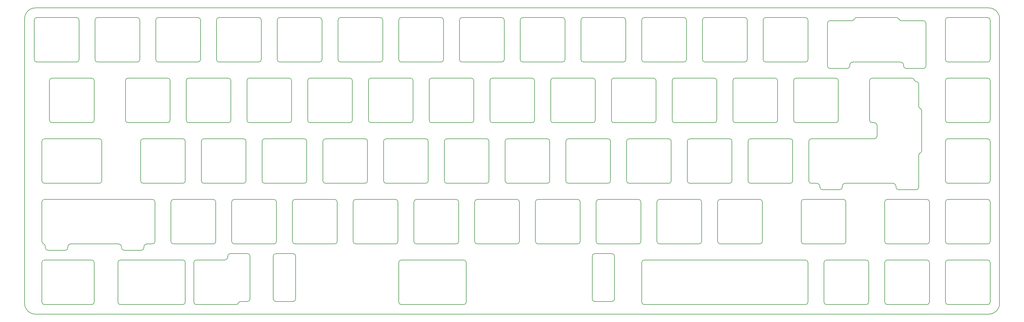
<source format=gm1>
G04 #@! TF.GenerationSoftware,KiCad,Pcbnew,7.0.10*
G04 #@! TF.CreationDate,2024-01-29T14:47:29+01:00*
G04 #@! TF.ProjectId,discipline-pcb,64697363-6970-46c6-996e-652d7063622e,rev?*
G04 #@! TF.SameCoordinates,Original*
G04 #@! TF.FileFunction,Profile,NP*
%FSLAX46Y46*%
G04 Gerber Fmt 4.6, Leading zero omitted, Abs format (unit mm)*
G04 Created by KiCad (PCBNEW 7.0.10) date 2024-01-29 14:47:29*
%MOMM*%
%LPD*%
G01*
G04 APERTURE LIST*
G04 #@! TA.AperFunction,Profile*
%ADD10C,0.150000*%
G04 #@! TD*
G04 #@! TA.AperFunction,Profile*
%ADD11C,0.200000*%
G04 #@! TD*
G04 APERTURE END LIST*
D10*
X53340500Y-184218841D02*
G75*
G03*
X56650558Y-187522900I3307100J3041D01*
G01*
X355783441Y-187522900D02*
G75*
G03*
X359090500Y-184215842I-41J3307100D01*
G01*
X359090500Y-94629959D02*
G75*
G03*
X355783441Y-91322900I-3307100J-41D01*
G01*
X355783441Y-187522901D02*
X56650558Y-187522900D01*
X56647558Y-91322900D02*
X355783441Y-91322900D01*
D11*
X280225500Y-145681000D02*
G75*
G03*
X280975500Y-146431000I750000J0D01*
G01*
X156113000Y-114131000D02*
X156113000Y-126631000D01*
X109525500Y-146431000D02*
X122025500Y-146431000D01*
X119050500Y-151481000D02*
G75*
G03*
X118300500Y-152231000I0J-750000D01*
G01*
X279938000Y-95081000D02*
G75*
G03*
X279188000Y-94331000I-750000J0D01*
G01*
X199263000Y-126631000D02*
G75*
G03*
X200013000Y-127381000I750000J0D01*
G01*
X333706750Y-115218000D02*
X333706750Y-122074861D01*
X138331750Y-182781000D02*
X138331750Y-169281000D01*
X296894250Y-152231000D02*
X296894250Y-164731000D01*
X59856250Y-166731000D02*
X59856250Y-166350547D01*
X89725500Y-133181000D02*
X89725500Y-145681000D01*
X189450500Y-152231000D02*
X189450500Y-164731000D01*
X214300500Y-165481000D02*
X226800500Y-165481000D01*
X257163000Y-113381000D02*
X269663000Y-113381000D01*
X170400500Y-152231000D02*
X170400500Y-164731000D01*
X137581750Y-168531000D02*
X132081750Y-168531000D01*
X198975500Y-133181000D02*
G75*
G03*
X198225500Y-132431000I-750000J0D01*
G01*
X280975500Y-132431000D02*
X293475500Y-132431000D01*
X82581750Y-171281000D02*
X82581750Y-183781000D01*
X294513000Y-114131000D02*
X294513000Y-126631000D01*
X60606250Y-167481000D02*
X66106250Y-167481000D01*
X176200500Y-151481000D02*
G75*
G03*
X175450500Y-152231000I0J-750000D01*
G01*
X180213000Y-114131000D02*
X180213000Y-126631000D01*
X237363000Y-126631000D02*
G75*
G03*
X238113000Y-127381000I750000J0D01*
G01*
X95238000Y-108331000D02*
X107738000Y-108331000D01*
X356138000Y-171281000D02*
G75*
G03*
X355388000Y-170531000I-750000J0D01*
G01*
X265650500Y-152231000D02*
G75*
G03*
X264900500Y-151481000I-750000J0D01*
G01*
X203738000Y-95081000D02*
G75*
G03*
X202988000Y-94331000I-750000J0D01*
G01*
X94200500Y-152231000D02*
X94200500Y-164731000D01*
X237075500Y-133181000D02*
X237075500Y-145681000D01*
X157150500Y-151481000D02*
X169650500Y-151481000D01*
X222038000Y-108331000D02*
G75*
G03*
X222788000Y-107581000I0J750000D01*
G01*
X98963000Y-114131000D02*
X98963000Y-126631000D01*
X342888000Y-151481000D02*
G75*
G03*
X342138000Y-152231000I0J-750000D01*
G01*
X166675500Y-146431000D02*
X179175500Y-146431000D01*
X147625500Y-132431000D02*
X160125500Y-132431000D01*
X155363000Y-127381000D02*
G75*
G03*
X156113000Y-126631000I0J750000D01*
G01*
X283950500Y-165481000D02*
G75*
G03*
X284700500Y-164731000I0J750000D01*
G01*
X265938000Y-95081000D02*
X265938000Y-107581000D01*
X137581750Y-183531000D02*
X132081750Y-183531000D01*
X327490631Y-94759571D02*
G75*
G03*
X326813000Y-94331000I-677631J-321429D01*
G01*
X298988000Y-171281000D02*
X298988000Y-183781000D01*
X165638000Y-95081000D02*
X165638000Y-107581000D01*
X146875500Y-133181000D02*
X146875500Y-145681000D01*
X89982250Y-167480950D02*
G75*
G03*
X90732250Y-166731000I50J749950D01*
G01*
X318325500Y-114131000D02*
X318325500Y-126631000D01*
X59519250Y-146431000D02*
X76781750Y-146431000D01*
X356138000Y-114131000D02*
G75*
G03*
X355388000Y-113381000I-750000J0D01*
G01*
X170400500Y-152231000D02*
G75*
G03*
X169650500Y-151481000I-750000J0D01*
G01*
X223075500Y-145681000D02*
G75*
G03*
X223825500Y-146431000I750000J0D01*
G01*
X151350500Y-152231000D02*
X151350500Y-164731000D01*
X213263000Y-114131000D02*
G75*
G03*
X212513000Y-113381000I-750000J0D01*
G01*
X67856250Y-165481050D02*
G75*
G03*
X66856250Y-166481000I-50J-999950D01*
G01*
X314313000Y-94331000D02*
X326813000Y-94331000D01*
X332272585Y-113854255D02*
G75*
G03*
X333061861Y-114475402I929415J368955D01*
G01*
X137581750Y-183530950D02*
G75*
G03*
X138331750Y-182781000I50J749950D01*
G01*
X333706750Y-147681000D02*
X333706750Y-137737139D01*
X194213000Y-114131000D02*
X194213000Y-126631000D01*
X265938000Y-107581000D02*
G75*
G03*
X266688000Y-108331000I750000J0D01*
G01*
X246888000Y-171281000D02*
X246888000Y-183781000D01*
X342888000Y-132431000D02*
X355388000Y-132431000D01*
X233350500Y-151481000D02*
G75*
G03*
X232600500Y-152231000I0J-750000D01*
G01*
X261175500Y-133181000D02*
X261175500Y-145681000D01*
X195250500Y-151481000D02*
G75*
G03*
X194500500Y-152231000I0J-750000D01*
G01*
X164888000Y-108331000D02*
G75*
G03*
X165638000Y-107581000I0J750000D01*
G01*
X142863000Y-127381000D02*
X155363000Y-127381000D01*
X280225500Y-133181000D02*
X280225500Y-145681000D01*
X298988000Y-95081000D02*
X298988000Y-107581000D01*
X116038000Y-170531000D02*
G75*
G03*
X117038000Y-169531000I0J1000000D01*
G01*
X223825500Y-146431000D02*
X236325500Y-146431000D01*
X202988000Y-108331000D02*
G75*
G03*
X203738000Y-107581000I0J750000D01*
G01*
X127538000Y-95081000D02*
G75*
G03*
X126788000Y-94331000I-750000J0D01*
G01*
X75150500Y-114131000D02*
X75150500Y-126631000D01*
X99250500Y-152231000D02*
X99250500Y-164731000D01*
X107144250Y-184531000D02*
X119644250Y-184531000D01*
X279188000Y-108331000D02*
G75*
G03*
X279938000Y-107581000I0J750000D01*
G01*
X342888000Y-132431000D02*
G75*
G03*
X342138000Y-133181000I0J-750000D01*
G01*
X242125500Y-145681000D02*
G75*
G03*
X242875500Y-146431000I750000J0D01*
G01*
X200013000Y-113381000D02*
X212513000Y-113381000D01*
X165925500Y-145681000D02*
G75*
G03*
X166675500Y-146431000I750000J0D01*
G01*
X246888000Y-183781000D02*
G75*
G03*
X247638000Y-184531000I750000J0D01*
G01*
X238338000Y-182781000D02*
X238338000Y-169281000D01*
X90475500Y-132431000D02*
G75*
G03*
X89725500Y-133181000I0J-750000D01*
G01*
X232088000Y-168531000D02*
G75*
G03*
X231338000Y-169281000I0J-750000D01*
G01*
X198975500Y-133181000D02*
X198975500Y-145681000D01*
X305875000Y-95331000D02*
G75*
G03*
X305125000Y-96081000I0J-750000D01*
G01*
X238113000Y-113381000D02*
X250613000Y-113381000D01*
X122775500Y-133181000D02*
G75*
G03*
X122025500Y-132431000I-750000J0D01*
G01*
X146875500Y-145681000D02*
G75*
G03*
X147625500Y-146431000I750000J0D01*
G01*
X323838000Y-170531000D02*
X336338000Y-170531000D01*
X58769300Y-145681000D02*
G75*
G03*
X59519250Y-146431000I750000J0D01*
G01*
X145838000Y-108331000D02*
G75*
G03*
X146588000Y-107581000I0J750000D01*
G01*
X138100500Y-151481000D02*
G75*
G03*
X137350500Y-152231000I0J-750000D01*
G01*
X356138000Y-133181000D02*
X356138000Y-145681000D01*
X76188000Y-94331000D02*
X88688000Y-94331000D01*
X334706750Y-123656000D02*
X334706750Y-136156000D01*
X342138000Y-126631000D02*
G75*
G03*
X342888000Y-127381000I750000J0D01*
G01*
X332956750Y-148430950D02*
G75*
G03*
X333706750Y-147681000I50J749950D01*
G01*
X237075500Y-133181000D02*
G75*
G03*
X236325500Y-132431000I-750000J0D01*
G01*
X298988000Y-171281000D02*
G75*
G03*
X298238000Y-170531000I-750000J0D01*
G01*
X237588000Y-168531000D02*
X232088000Y-168531000D01*
X320706700Y-128381000D02*
G75*
G03*
X319706750Y-127381000I-999900J100D01*
G01*
X117263000Y-127381000D02*
G75*
G03*
X118013000Y-126631000I0J750000D01*
G01*
X308513000Y-114131000D02*
X308513000Y-126631000D01*
X107144250Y-170531050D02*
G75*
G03*
X106394250Y-171281000I-50J-749950D01*
G01*
X138331800Y-169281000D02*
G75*
G03*
X137581750Y-168531000I-750100J-100D01*
G01*
X56388000Y-95081000D02*
X56388000Y-107581000D01*
X294513000Y-126631000D02*
G75*
G03*
X295263000Y-127381000I750000J0D01*
G01*
X304788000Y-170531000D02*
G75*
G03*
X304038000Y-171281000I0J-750000D01*
G01*
X59856300Y-166731000D02*
G75*
G03*
X60606250Y-167481000I750000J0D01*
G01*
X123288000Y-183531000D02*
G75*
G03*
X124038000Y-182781000I0J750000D01*
G01*
X337088000Y-171281000D02*
G75*
G03*
X336338000Y-170531000I-750000J0D01*
G01*
X112500500Y-165481000D02*
G75*
G03*
X113250500Y-164731000I0J750000D01*
G01*
X132300500Y-152231000D02*
G75*
G03*
X131550500Y-151481000I-750000J0D01*
G01*
X304788000Y-184531000D02*
X317288000Y-184531000D01*
X356138000Y-152231000D02*
G75*
G03*
X355388000Y-151481000I-750000J0D01*
G01*
X242125500Y-133181000D02*
X242125500Y-145681000D01*
X312731861Y-95330997D02*
G75*
G03*
X313635368Y-94759571I-61J1000097D01*
G01*
X233350500Y-165481000D02*
X245850500Y-165481000D01*
X276213000Y-127381000D02*
X288713000Y-127381000D01*
X318038000Y-171281000D02*
G75*
G03*
X317288000Y-170531000I-750000J0D01*
G01*
X70388000Y-95081000D02*
X70388000Y-107581000D01*
X170688000Y-95081000D02*
X170688000Y-107581000D01*
X75150500Y-171281000D02*
X75150500Y-183781000D01*
X209538000Y-94331000D02*
X222038000Y-94331000D01*
X107738000Y-108331000D02*
G75*
G03*
X108488000Y-107581000I0J750000D01*
G01*
X160875500Y-133181000D02*
X160875500Y-145681000D01*
X58769250Y-133181000D02*
X58769250Y-145681000D01*
X319075500Y-113381000D02*
X331575500Y-113381000D01*
X335251000Y-95331000D02*
X328394139Y-95331000D01*
X84963000Y-126631000D02*
G75*
G03*
X85713000Y-127381000I750000J0D01*
G01*
X256413000Y-126631000D02*
G75*
G03*
X257163000Y-127381000I750000J0D01*
G01*
X123063000Y-114131000D02*
X123063000Y-126631000D01*
X103725500Y-133181000D02*
X103725500Y-145681000D01*
X304038000Y-183781000D02*
G75*
G03*
X304788000Y-184531000I750000J0D01*
G01*
X142863000Y-113381000D02*
X155363000Y-113381000D01*
X260888000Y-95081000D02*
G75*
G03*
X260138000Y-94331000I-750000J0D01*
G01*
X214300500Y-151481000D02*
G75*
G03*
X213550500Y-152231000I0J-750000D01*
G01*
X308513000Y-114131000D02*
G75*
G03*
X307763000Y-113381000I-750000J0D01*
G01*
X84963000Y-114131000D02*
X84963000Y-126631000D01*
X238338000Y-169281000D02*
G75*
G03*
X237588000Y-168531000I-750100J-100D01*
G01*
X118013000Y-114131000D02*
X118013000Y-126631000D01*
X326619700Y-147431000D02*
G75*
G03*
X325619750Y-146431000I-999900J100D01*
G01*
X265650500Y-152231000D02*
X265650500Y-164731000D01*
X297644250Y-151481000D02*
X310144250Y-151481000D01*
X127538000Y-95081000D02*
X127538000Y-107581000D01*
X137063000Y-114131000D02*
X137063000Y-126631000D01*
X204025500Y-133181000D02*
X204025500Y-145681000D01*
X128575500Y-146431000D02*
X141075500Y-146431000D01*
X275175500Y-133181000D02*
X275175500Y-145681000D01*
X219063000Y-127381000D02*
X231563000Y-127381000D01*
X107144250Y-170531000D02*
X116038000Y-170531000D01*
X355388000Y-146431000D02*
G75*
G03*
X356138000Y-145681000I0J750000D01*
G01*
X310894300Y-152231000D02*
G75*
G03*
X310144250Y-151481000I-750100J-100D01*
G01*
X59519250Y-184531000D02*
X74400500Y-184531000D01*
X242875500Y-132431000D02*
X255375500Y-132431000D01*
X58769250Y-152231000D02*
X58769250Y-164731000D01*
X108488000Y-95081000D02*
G75*
G03*
X107738000Y-94331000I-750000J0D01*
G01*
X208788000Y-95081000D02*
X208788000Y-107581000D01*
X342138000Y-107581000D02*
G75*
G03*
X342888000Y-108331000I750000J0D01*
G01*
X356138000Y-152231000D02*
X356138000Y-164731000D01*
X238113000Y-113381000D02*
G75*
G03*
X237363000Y-114131000I0J-750000D01*
G01*
X190488000Y-108331000D02*
X202988000Y-108331000D01*
X57138000Y-108331000D02*
X69638000Y-108331000D01*
X166675500Y-132431000D02*
X179175500Y-132431000D01*
X231338000Y-182781000D02*
X231338000Y-169281000D01*
X102975500Y-184531000D02*
G75*
G03*
X103725500Y-183781000I0J750000D01*
G01*
X247638000Y-94331000D02*
G75*
G03*
X246888000Y-95081000I0J-750000D01*
G01*
X175163000Y-114131000D02*
G75*
G03*
X174413000Y-113381000I-750000J0D01*
G01*
X305125000Y-96081000D02*
X305125000Y-109581000D01*
X323838000Y-170531000D02*
G75*
G03*
X323088000Y-171281000I0J-750000D01*
G01*
X305875000Y-95331000D02*
X312731861Y-95331000D01*
X342138000Y-95081000D02*
X342138000Y-107581000D01*
X152388000Y-108331000D02*
X164888000Y-108331000D01*
X334278176Y-136833625D02*
G75*
G03*
X333706750Y-137737139I428524J-903475D01*
G01*
X104763000Y-113381000D02*
X117263000Y-113381000D01*
X175450500Y-152231000D02*
X175450500Y-164731000D01*
X257163000Y-113381000D02*
G75*
G03*
X256413000Y-114131000I0J-750000D01*
G01*
X199263000Y-114131000D02*
X199263000Y-126631000D01*
X264900500Y-165481000D02*
G75*
G03*
X265650500Y-164731000I0J750000D01*
G01*
X213263000Y-114131000D02*
X213263000Y-126631000D01*
X104763000Y-113381000D02*
G75*
G03*
X104013000Y-114131000I0J-750000D01*
G01*
X251363000Y-114131000D02*
G75*
G03*
X250613000Y-113381000I-750000J0D01*
G01*
X342888000Y-94331000D02*
X355388000Y-94331000D01*
X124038000Y-169281000D02*
G75*
G03*
X123288000Y-168531000I-750000J0D01*
G01*
X275175500Y-133181000D02*
G75*
G03*
X274425500Y-132431000I-750000J0D01*
G01*
X342888000Y-146431000D02*
X355388000Y-146431000D01*
X335251000Y-110331000D02*
G75*
G03*
X336001000Y-109581000I0J750000D01*
G01*
X289463000Y-114131000D02*
X289463000Y-126631000D01*
X227838000Y-107581000D02*
G75*
G03*
X228588000Y-108331000I750000J0D01*
G01*
X256125500Y-133181000D02*
G75*
G03*
X255375500Y-132431000I-750000J0D01*
G01*
X90475500Y-146431000D02*
X102975500Y-146431000D01*
X204025500Y-145681000D02*
G75*
G03*
X204775500Y-146431000I750000J0D01*
G01*
X303493750Y-148431000D02*
X308993750Y-148431000D01*
X332272576Y-113854259D02*
G75*
G03*
X331575500Y-113381000I-697076J-276741D01*
G01*
X184975500Y-133181000D02*
X184975500Y-145681000D01*
X123813000Y-113381000D02*
X136313000Y-113381000D01*
X76188000Y-108331000D02*
X88688000Y-108331000D01*
X88688000Y-108331000D02*
G75*
G03*
X89438000Y-107581000I0J750000D01*
G01*
X266688000Y-94331000D02*
X279188000Y-94331000D01*
X327490651Y-94759562D02*
G75*
G03*
X328394139Y-95331000I903449J428462D01*
G01*
X222788000Y-95081000D02*
X222788000Y-107581000D01*
X93450500Y-165481000D02*
G75*
G03*
X94200500Y-164731000I0J750000D01*
G01*
X269663000Y-127381000D02*
G75*
G03*
X270413000Y-126631000I0J750000D01*
G01*
X207750500Y-165481000D02*
G75*
G03*
X208500500Y-164731000I0J750000D01*
G01*
X122025500Y-146431000D02*
G75*
G03*
X122775500Y-145681000I0J750000D01*
G01*
X232313000Y-114131000D02*
G75*
G03*
X231563000Y-113381000I-750000J0D01*
G01*
X318038000Y-171281000D02*
X318038000Y-183781000D01*
X76188000Y-94331000D02*
G75*
G03*
X75438000Y-95081000I0J-750000D01*
G01*
X326619750Y-147681000D02*
X326619750Y-147431000D01*
X232600500Y-164731000D02*
G75*
G03*
X233350500Y-165481000I750000J0D01*
G01*
X190488000Y-94331000D02*
X202988000Y-94331000D01*
X102975500Y-146431000D02*
G75*
G03*
X103725500Y-145681000I0J750000D01*
G01*
X298988000Y-95081000D02*
G75*
G03*
X298238000Y-94331000I-750000J0D01*
G01*
X356138000Y-95081000D02*
G75*
G03*
X355388000Y-94331000I-750000J0D01*
G01*
X90732250Y-166731000D02*
X90732250Y-166481000D01*
X61150500Y-126631000D02*
G75*
G03*
X61900500Y-127381000I750000J0D01*
G01*
X326619700Y-147681000D02*
G75*
G03*
X327369750Y-148431000I750100J100D01*
G01*
X323088000Y-152231000D02*
X323088000Y-164731000D01*
X131331750Y-182781000D02*
X131331750Y-169281000D01*
X296894200Y-164731000D02*
G75*
G03*
X297644250Y-165481000I750100J100D01*
G01*
X75438000Y-107581000D02*
G75*
G03*
X76188000Y-108331000I750000J0D01*
G01*
X83732250Y-166731000D02*
X83732250Y-166481000D01*
X319706750Y-132431050D02*
G75*
G03*
X320706750Y-131431000I-50J1000050D01*
G01*
X266688000Y-94331000D02*
G75*
G03*
X265938000Y-95081000I0J-750000D01*
G01*
X174413000Y-127381000D02*
G75*
G03*
X175163000Y-126631000I0J750000D01*
G01*
X104013000Y-126631000D02*
G75*
G03*
X104763000Y-127381000I750000J0D01*
G01*
X95238000Y-94331000D02*
G75*
G03*
X94488000Y-95081000I0J-750000D01*
G01*
X180963000Y-113381000D02*
X193463000Y-113381000D01*
X204775500Y-132431000D02*
X217275500Y-132431000D01*
X302743750Y-147681000D02*
X302743750Y-147431000D01*
X151350500Y-152231000D02*
G75*
G03*
X150600500Y-151481000I-750000J0D01*
G01*
X355388000Y-165481000D02*
G75*
G03*
X356138000Y-164731000I0J750000D01*
G01*
X342138000Y-164731000D02*
G75*
G03*
X342888000Y-165481000I750000J0D01*
G01*
X314313000Y-94331000D02*
G75*
G03*
X313635369Y-94759571I0J-750000D01*
G01*
X219063000Y-113381000D02*
X231563000Y-113381000D01*
X59519250Y-132430950D02*
G75*
G03*
X58769250Y-133181000I50J-750050D01*
G01*
X151638000Y-95081000D02*
X151638000Y-107581000D01*
X175163000Y-114131000D02*
X175163000Y-126631000D01*
X132300500Y-152231000D02*
X132300500Y-164731000D01*
X246888000Y-107581000D02*
G75*
G03*
X247638000Y-108331000I750000J0D01*
G01*
X57138000Y-94331000D02*
G75*
G03*
X56388000Y-95081000I0J-750000D01*
G01*
X66856250Y-166731000D02*
X66856250Y-166481000D01*
D10*
X53340499Y-184218841D02*
X53340499Y-94629959D01*
D11*
X151638000Y-107581000D02*
G75*
G03*
X152388000Y-108331000I750000J0D01*
G01*
X294225500Y-133181000D02*
G75*
G03*
X293475500Y-132431000I-750000J0D01*
G01*
X61900500Y-113381000D02*
G75*
G03*
X61150500Y-114131000I0J-750000D01*
G01*
X128575500Y-132431000D02*
G75*
G03*
X127825500Y-133181000I0J-750000D01*
G01*
X228588000Y-108331000D02*
X241088000Y-108331000D01*
X185725500Y-132431000D02*
G75*
G03*
X184975500Y-133181000I0J-750000D01*
G01*
X280975500Y-146431000D02*
X293475500Y-146431000D01*
X109525500Y-132431000D02*
G75*
G03*
X108775500Y-133181000I0J-750000D01*
G01*
X284988000Y-95081000D02*
X284988000Y-107581000D01*
X270700500Y-164731000D02*
G75*
G03*
X271450500Y-165481000I750000J0D01*
G01*
X251650500Y-152231000D02*
X251650500Y-164731000D01*
X106394250Y-171281000D02*
X106394250Y-183781000D01*
X241838000Y-95081000D02*
G75*
G03*
X241088000Y-94331000I-750000J0D01*
G01*
D10*
X56647558Y-91322899D02*
G75*
G03*
X53340499Y-94629959I2J-3307061D01*
G01*
D11*
X166675500Y-132431000D02*
G75*
G03*
X165925500Y-133181000I0J-750000D01*
G01*
X123288000Y-168531000D02*
X117788000Y-168531000D01*
X191831750Y-171281000D02*
X191831750Y-183781000D01*
X337088000Y-171281000D02*
X337088000Y-183781000D01*
X307763000Y-127381000D02*
G75*
G03*
X308513000Y-126631000I0J750000D01*
G01*
X329001000Y-109331000D02*
G75*
G03*
X328001000Y-108331000I-1000000J0D01*
G01*
X180963000Y-127381000D02*
X193463000Y-127381000D01*
X184688000Y-95081000D02*
G75*
G03*
X183938000Y-94331000I-750000J0D01*
G01*
X103725500Y-171281000D02*
X103725500Y-183781000D01*
X180963000Y-113381000D02*
G75*
G03*
X180213000Y-114131000I0J-750000D01*
G01*
X170688000Y-107581000D02*
G75*
G03*
X171438000Y-108331000I750000J0D01*
G01*
X89725500Y-145681000D02*
G75*
G03*
X90475500Y-146431000I750000J0D01*
G01*
X246600500Y-152231000D02*
G75*
G03*
X245850500Y-151481000I-750000J0D01*
G01*
X336001000Y-96081000D02*
X336001000Y-109581000D01*
X152388000Y-94331000D02*
X164888000Y-94331000D01*
X342888000Y-113381000D02*
X355388000Y-113381000D01*
X300025500Y-146431000D02*
X301743750Y-146431000D01*
X247638000Y-184531000D02*
X298238000Y-184531000D01*
X193463000Y-127381000D02*
G75*
G03*
X194213000Y-126631000I0J750000D01*
G01*
X300025500Y-132431000D02*
G75*
G03*
X299275500Y-133181000I0J-750000D01*
G01*
X223075500Y-133181000D02*
X223075500Y-145681000D01*
X137350500Y-164731000D02*
G75*
G03*
X138100500Y-165481000I750000J0D01*
G01*
X91732250Y-165480950D02*
G75*
G03*
X90732250Y-166481000I50J-1000050D01*
G01*
X257163000Y-127381000D02*
X269663000Y-127381000D01*
X336338000Y-165481000D02*
G75*
G03*
X337088000Y-164731000I0J750000D01*
G01*
X310144250Y-165480950D02*
G75*
G03*
X310894250Y-164731000I50J749950D01*
G01*
X136313000Y-127381000D02*
G75*
G03*
X137063000Y-126631000I0J750000D01*
G01*
X184688000Y-95081000D02*
X184688000Y-107581000D01*
X183938000Y-108331000D02*
G75*
G03*
X184688000Y-107581000I0J750000D01*
G01*
X175450500Y-164731000D02*
G75*
G03*
X176200500Y-165481000I750000J0D01*
G01*
X176200500Y-151481000D02*
X188700500Y-151481000D01*
X320706750Y-128381000D02*
X320706750Y-131431000D01*
X270413000Y-114131000D02*
G75*
G03*
X269663000Y-113381000I-750000J0D01*
G01*
X103725500Y-133181000D02*
G75*
G03*
X102975500Y-132431000I-750000J0D01*
G01*
X198225500Y-146431000D02*
G75*
G03*
X198975500Y-145681000I0J750000D01*
G01*
X119050500Y-151481000D02*
X131550500Y-151481000D01*
X83331750Y-170531050D02*
G75*
G03*
X82581750Y-171281000I-50J-749950D01*
G01*
X171438000Y-170531000D02*
G75*
G03*
X170688000Y-171281000I0J-750000D01*
G01*
X209538000Y-94331000D02*
G75*
G03*
X208788000Y-95081000I0J-750000D01*
G01*
X323088000Y-164731000D02*
G75*
G03*
X323838000Y-165481000I750000J0D01*
G01*
X271450500Y-151481000D02*
G75*
G03*
X270700500Y-152231000I0J-750000D01*
G01*
X82581700Y-183781000D02*
G75*
G03*
X83331750Y-184531000I750100J100D01*
G01*
X342888000Y-108331000D02*
X355388000Y-108331000D01*
X75150500Y-114131000D02*
G75*
G03*
X74400500Y-113381000I-750000J0D01*
G01*
X161913000Y-127381000D02*
X174413000Y-127381000D01*
X342888000Y-170531000D02*
X355388000Y-170531000D01*
X218313000Y-126631000D02*
G75*
G03*
X219063000Y-127381000I750000J0D01*
G01*
X58769250Y-171281000D02*
X58769250Y-183781000D01*
X126788000Y-108331000D02*
G75*
G03*
X127538000Y-107581000I0J750000D01*
G01*
X294225500Y-133181000D02*
X294225500Y-145681000D01*
X204775500Y-146431000D02*
X217275500Y-146431000D01*
X113250500Y-152231000D02*
G75*
G03*
X112500500Y-151481000I-750000J0D01*
G01*
X232313000Y-114131000D02*
X232313000Y-126631000D01*
X276213000Y-113381000D02*
G75*
G03*
X275463000Y-114131000I0J-750000D01*
G01*
X57138000Y-94331000D02*
X69638000Y-94331000D01*
X118300500Y-152231000D02*
X118300500Y-164731000D01*
X295263000Y-113381000D02*
X307763000Y-113381000D01*
X319075500Y-127381000D02*
X319706750Y-127381000D01*
X337088000Y-152231000D02*
G75*
G03*
X336338000Y-151481000I-750000J0D01*
G01*
X133338000Y-108331000D02*
X145838000Y-108331000D01*
X58769220Y-164731000D02*
G75*
G03*
X59235107Y-165425090I749980J0D01*
G01*
X317288000Y-184531000D02*
G75*
G03*
X318038000Y-183781000I0J750000D01*
G01*
X161913000Y-113381000D02*
X174413000Y-113381000D01*
X94488000Y-107581000D02*
G75*
G03*
X95238000Y-108331000I750000J0D01*
G01*
X189738000Y-107581000D02*
G75*
G03*
X190488000Y-108331000I750000J0D01*
G01*
X189450500Y-152231000D02*
G75*
G03*
X188700500Y-151481000I-750000J0D01*
G01*
X226800500Y-165481000D02*
G75*
G03*
X227550500Y-164731000I0J750000D01*
G01*
X171438000Y-170531000D02*
X191081750Y-170531000D01*
X85713000Y-113381000D02*
X98213000Y-113381000D01*
X279938000Y-95081000D02*
X279938000Y-107581000D01*
X100000500Y-151481000D02*
G75*
G03*
X99250500Y-152231000I0J-750000D01*
G01*
X238113000Y-127381000D02*
X250613000Y-127381000D01*
X246600500Y-152231000D02*
X246600500Y-164731000D01*
X142113000Y-114131000D02*
X142113000Y-126631000D01*
X342138000Y-114131000D02*
X342138000Y-126631000D01*
X104763000Y-127381000D02*
X117263000Y-127381000D01*
X85713000Y-113381000D02*
G75*
G03*
X84963000Y-114131000I0J-750000D01*
G01*
X231338000Y-182781000D02*
G75*
G03*
X232088000Y-183531000I750100J100D01*
G01*
X117038000Y-169531000D02*
X117038000Y-169281000D01*
X152388000Y-94331000D02*
G75*
G03*
X151638000Y-95081000I0J-750000D01*
G01*
X271450500Y-165481000D02*
X283950500Y-165481000D01*
X208500500Y-152231000D02*
G75*
G03*
X207750500Y-151481000I-750000J0D01*
G01*
X179925500Y-133181000D02*
X179925500Y-145681000D01*
X246888000Y-95081000D02*
X246888000Y-107581000D01*
X170688000Y-183781000D02*
G75*
G03*
X171438000Y-184531000I750000J0D01*
G01*
X356138000Y-114131000D02*
X356138000Y-126631000D01*
X157150500Y-151481000D02*
G75*
G03*
X156400500Y-152231000I0J-750000D01*
G01*
X288713000Y-127381000D02*
G75*
G03*
X289463000Y-126631000I0J750000D01*
G01*
X323838000Y-151481000D02*
G75*
G03*
X323088000Y-152231000I0J-750000D01*
G01*
X141825500Y-133181000D02*
X141825500Y-145681000D01*
X329751000Y-110331000D02*
X335251000Y-110331000D01*
X247638000Y-94331000D02*
X260138000Y-94331000D01*
X342888000Y-94331000D02*
G75*
G03*
X342138000Y-95081000I0J-750000D01*
G01*
X121225389Y-183530991D02*
G75*
G03*
X120321882Y-184102429I11J-1000009D01*
G01*
X103725500Y-171281000D02*
G75*
G03*
X102975500Y-170531000I-750000J0D01*
G01*
X83331750Y-170531000D02*
X102975500Y-170531000D01*
X100000500Y-165481000D02*
X112500500Y-165481000D01*
X171438000Y-108331000D02*
X183938000Y-108331000D01*
X342138000Y-133181000D02*
X342138000Y-145681000D01*
X133338000Y-94331000D02*
G75*
G03*
X132588000Y-95081000I0J-750000D01*
G01*
X161163000Y-126631000D02*
G75*
G03*
X161913000Y-127381000I750000J0D01*
G01*
X90475500Y-132431000D02*
X102975500Y-132431000D01*
X59519250Y-151480950D02*
G75*
G03*
X58769250Y-152231000I50J-750050D01*
G01*
X77531800Y-133181000D02*
G75*
G03*
X76781750Y-132431000I-750100J-100D01*
G01*
X123813000Y-113381000D02*
G75*
G03*
X123063000Y-114131000I0J-750000D01*
G01*
X293475500Y-146431000D02*
G75*
G03*
X294225500Y-145681000I0J750000D01*
G01*
X156400500Y-164731000D02*
G75*
G03*
X157150500Y-165481000I750000J0D01*
G01*
X74400500Y-184531000D02*
G75*
G03*
X75150500Y-183781000I0J750000D01*
G01*
X252400500Y-151481000D02*
X264900500Y-151481000D01*
X184975500Y-145681000D02*
G75*
G03*
X185725500Y-146431000I750000J0D01*
G01*
X261925500Y-132431000D02*
G75*
G03*
X261175500Y-133181000I0J-750000D01*
G01*
X132081750Y-168531050D02*
G75*
G03*
X131331750Y-169281000I-50J-749950D01*
G01*
X213550500Y-164731000D02*
G75*
G03*
X214300500Y-165481000I750000J0D01*
G01*
X323088000Y-183781000D02*
G75*
G03*
X323838000Y-184531000I750000J0D01*
G01*
X356138000Y-95081000D02*
X356138000Y-107581000D01*
X91732250Y-165481000D02*
X93450500Y-165481000D01*
X142863000Y-113381000D02*
G75*
G03*
X142113000Y-114131000I0J-750000D01*
G01*
X270700500Y-152231000D02*
X270700500Y-164731000D01*
X109525500Y-132431000D02*
X122025500Y-132431000D01*
X156400500Y-152231000D02*
X156400500Y-164731000D01*
X123813000Y-127381000D02*
X136313000Y-127381000D01*
X146588000Y-95081000D02*
G75*
G03*
X145838000Y-94331000I-750000J0D01*
G01*
X271450500Y-151481000D02*
X283950500Y-151481000D01*
X95238000Y-94331000D02*
X107738000Y-94331000D01*
X232600500Y-152231000D02*
X232600500Y-164731000D01*
X297644250Y-165481000D02*
X310144250Y-165481000D01*
X297644250Y-151481050D02*
G75*
G03*
X296894250Y-152231000I-50J-749950D01*
G01*
X122775500Y-133181000D02*
X122775500Y-145681000D01*
X327369750Y-148431000D02*
X332956750Y-148431000D01*
X161913000Y-113381000D02*
G75*
G03*
X161163000Y-114131000I0J-750000D01*
G01*
X141825500Y-133181000D02*
G75*
G03*
X141075500Y-132431000I-750000J0D01*
G01*
X299275500Y-145681000D02*
G75*
G03*
X300025500Y-146431000I750000J0D01*
G01*
X228588000Y-94331000D02*
X241088000Y-94331000D01*
X185725500Y-132431000D02*
X198225500Y-132431000D01*
X247638000Y-108331000D02*
X260138000Y-108331000D01*
X61150500Y-114131000D02*
X61150500Y-126631000D01*
X194500500Y-164731000D02*
G75*
G03*
X195250500Y-165481000I750000J0D01*
G01*
X289463000Y-114131000D02*
G75*
G03*
X288713000Y-113381000I-750000J0D01*
G01*
X227838000Y-95081000D02*
X227838000Y-107581000D01*
X165925500Y-133181000D02*
X165925500Y-145681000D01*
X284988000Y-107581000D02*
G75*
G03*
X285738000Y-108331000I750000J0D01*
G01*
X241088000Y-108331000D02*
G75*
G03*
X241838000Y-107581000I0J750000D01*
G01*
X298238000Y-184531000D02*
G75*
G03*
X298988000Y-183781000I0J750000D01*
G01*
X194500500Y-152231000D02*
X194500500Y-164731000D01*
X99250500Y-164731000D02*
G75*
G03*
X100000500Y-165481000I750000J0D01*
G01*
X195250500Y-151481000D02*
X207750500Y-151481000D01*
X213550500Y-152231000D02*
X213550500Y-164731000D01*
X319075500Y-113381000D02*
G75*
G03*
X318325500Y-114131000I0J-750000D01*
G01*
X356138000Y-133181000D02*
G75*
G03*
X355388000Y-132431000I-750000J0D01*
G01*
X128575500Y-132431000D02*
X141075500Y-132431000D01*
X256413000Y-114131000D02*
X256413000Y-126631000D01*
X218025500Y-133181000D02*
G75*
G03*
X217275500Y-132431000I-750000J0D01*
G01*
X114288000Y-94331000D02*
X126788000Y-94331000D01*
X121225389Y-183531000D02*
X123288000Y-183531000D01*
X185725500Y-146431000D02*
X198225500Y-146431000D01*
X323838000Y-165481000D02*
X336338000Y-165481000D01*
X255375500Y-146431000D02*
G75*
G03*
X256125500Y-145681000I0J750000D01*
G01*
X342888000Y-165481000D02*
X355388000Y-165481000D01*
X83732200Y-166731000D02*
G75*
G03*
X84482250Y-167481000I750100J100D01*
G01*
X66106250Y-167480950D02*
G75*
G03*
X66856250Y-166731000I50J749950D01*
G01*
X171438000Y-94331000D02*
X183938000Y-94331000D01*
X104013000Y-114131000D02*
X104013000Y-126631000D01*
X305125000Y-109581000D02*
G75*
G03*
X305875000Y-110331000I750000J0D01*
G01*
X200013000Y-127381000D02*
X212513000Y-127381000D01*
X138100500Y-165481000D02*
X150600500Y-165481000D01*
X113250500Y-152231000D02*
X113250500Y-164731000D01*
X323088000Y-171281000D02*
X323088000Y-183781000D01*
X342888000Y-127381000D02*
X355388000Y-127381000D01*
X170688000Y-171281000D02*
X170688000Y-183781000D01*
X342888000Y-184531000D02*
X355388000Y-184531000D01*
X98963000Y-114131000D02*
G75*
G03*
X98213000Y-113381000I-750000J0D01*
G01*
X108775500Y-145681000D02*
G75*
G03*
X109525500Y-146431000I750000J0D01*
G01*
X231563000Y-127381000D02*
G75*
G03*
X232313000Y-126631000I0J750000D01*
G01*
X77531750Y-133181000D02*
X77531750Y-145681000D01*
X85713000Y-127381000D02*
X98213000Y-127381000D01*
X75438000Y-95081000D02*
X75438000Y-107581000D01*
X70388000Y-95081000D02*
G75*
G03*
X69638000Y-94331000I-750000J0D01*
G01*
X165638000Y-95081000D02*
G75*
G03*
X164888000Y-94331000I-750000J0D01*
G01*
X227550500Y-152231000D02*
G75*
G03*
X226800500Y-151481000I-750000J0D01*
G01*
X261925500Y-146431000D02*
X274425500Y-146431000D01*
X333706757Y-122074861D02*
G75*
G03*
X334278179Y-122978369I999943J-39D01*
G01*
X323838000Y-151481000D02*
X336338000Y-151481000D01*
X131550500Y-165481000D02*
G75*
G03*
X132300500Y-164731000I0J750000D01*
G01*
X318325500Y-126631000D02*
G75*
G03*
X319075500Y-127381000I750000J0D01*
G01*
X114288000Y-108331000D02*
X126788000Y-108331000D01*
X147625500Y-146431000D02*
X160125500Y-146431000D01*
X308993750Y-148430950D02*
G75*
G03*
X309743750Y-147681000I50J749950D01*
G01*
X356138000Y-171281000D02*
X356138000Y-183781000D01*
X342888000Y-113381000D02*
G75*
G03*
X342138000Y-114131000I0J-750000D01*
G01*
X132588000Y-95081000D02*
X132588000Y-107581000D01*
X302743700Y-147681000D02*
G75*
G03*
X303493750Y-148431000I750100J100D01*
G01*
X61900500Y-127381000D02*
X74400500Y-127381000D01*
X270413000Y-114131000D02*
X270413000Y-126631000D01*
X295263000Y-127381000D02*
X307763000Y-127381000D01*
X355388000Y-108331000D02*
G75*
G03*
X356138000Y-107581000I0J750000D01*
G01*
X218313000Y-114131000D02*
X218313000Y-126631000D01*
X146588000Y-95081000D02*
X146588000Y-107581000D01*
X333706806Y-115218000D02*
G75*
G03*
X333061861Y-114475402I-750106J-100D01*
G01*
X138100500Y-151481000D02*
X150600500Y-151481000D01*
X127825500Y-145681000D02*
G75*
G03*
X128575500Y-146431000I750000J0D01*
G01*
X142113000Y-126631000D02*
G75*
G03*
X142863000Y-127381000I750000J0D01*
G01*
X251650500Y-164731000D02*
G75*
G03*
X252400500Y-165481000I750000J0D01*
G01*
X261175500Y-145681000D02*
G75*
G03*
X261925500Y-146431000I750000J0D01*
G01*
X180213000Y-126631000D02*
G75*
G03*
X180963000Y-127381000I750000J0D01*
G01*
X133338000Y-94331000D02*
X145838000Y-94331000D01*
X59519250Y-170530950D02*
G75*
G03*
X58769250Y-171281000I50J-750050D01*
G01*
X355388000Y-184531000D02*
G75*
G03*
X356138000Y-183781000I0J750000D01*
G01*
X250613000Y-127381000D02*
G75*
G03*
X251363000Y-126631000I0J750000D01*
G01*
X266688000Y-108331000D02*
X279188000Y-108331000D01*
X228588000Y-94331000D02*
G75*
G03*
X227838000Y-95081000I0J-750000D01*
G01*
X208788000Y-107581000D02*
G75*
G03*
X209538000Y-108331000I750000J0D01*
G01*
X132588000Y-107581000D02*
G75*
G03*
X133338000Y-108331000I750000J0D01*
G01*
X329001000Y-109581000D02*
X329001000Y-109331000D01*
X227550500Y-152231000D02*
X227550500Y-164731000D01*
X342888000Y-151481000D02*
X355388000Y-151481000D01*
X252400500Y-151481000D02*
G75*
G03*
X251650500Y-152231000I0J-750000D01*
G01*
X337088000Y-152231000D02*
X337088000Y-164731000D01*
X323838000Y-184531000D02*
X336338000Y-184531000D01*
X161163000Y-114131000D02*
X161163000Y-126631000D01*
X190488000Y-94331000D02*
G75*
G03*
X189738000Y-95081000I0J-750000D01*
G01*
X124038000Y-182781000D02*
X124038000Y-169281000D01*
X241838000Y-95081000D02*
X241838000Y-107581000D01*
X251363000Y-114131000D02*
X251363000Y-126631000D01*
X203738000Y-95081000D02*
X203738000Y-107581000D01*
X355388000Y-127381000D02*
G75*
G03*
X356138000Y-126631000I0J750000D01*
G01*
X237363000Y-114131000D02*
X237363000Y-126631000D01*
X195250500Y-165481000D02*
X207750500Y-165481000D01*
X219063000Y-113381000D02*
G75*
G03*
X218313000Y-114131000I0J-750000D01*
G01*
X298238000Y-108331000D02*
G75*
G03*
X298988000Y-107581000I0J750000D01*
G01*
X313125000Y-108331000D02*
G75*
G03*
X312125000Y-109331000I0J-1000000D01*
G01*
X118013000Y-114131000D02*
G75*
G03*
X117263000Y-113381000I-750000J0D01*
G01*
X247638000Y-170531000D02*
X298238000Y-170531000D01*
X106394200Y-183781000D02*
G75*
G03*
X107144250Y-184531000I750100J100D01*
G01*
X160875500Y-133181000D02*
G75*
G03*
X160125500Y-132431000I-750000J0D01*
G01*
X295263000Y-113381000D02*
G75*
G03*
X294513000Y-114131000I0J-750000D01*
G01*
X123063000Y-126631000D02*
G75*
G03*
X123813000Y-127381000I750000J0D01*
G01*
X61900500Y-113381000D02*
X74400500Y-113381000D01*
X200013000Y-113381000D02*
G75*
G03*
X199263000Y-114131000I0J-750000D01*
G01*
X119644250Y-184530988D02*
G75*
G03*
X120321881Y-184102429I-50J750088D01*
G01*
X223825500Y-132431000D02*
X236325500Y-132431000D01*
X59519250Y-151481000D02*
X93450500Y-151481000D01*
X131331700Y-182781000D02*
G75*
G03*
X132081750Y-183531000I750100J100D01*
G01*
X222788000Y-95081000D02*
G75*
G03*
X222038000Y-94331000I-750000J0D01*
G01*
X237588000Y-183531000D02*
X232088000Y-183531000D01*
X212513000Y-127381000D02*
G75*
G03*
X213263000Y-126631000I0J750000D01*
G01*
X242875500Y-146431000D02*
X255375500Y-146431000D01*
X237588000Y-183531000D02*
G75*
G03*
X238338000Y-182781000I0J750000D01*
G01*
X334278191Y-136833657D02*
G75*
G03*
X334706750Y-136156000I-321491J677657D01*
G01*
X94200500Y-152231000D02*
G75*
G03*
X93450500Y-151481000I-750000J0D01*
G01*
X156113000Y-114131000D02*
G75*
G03*
X155363000Y-113381000I-750000J0D01*
G01*
X191081750Y-184530950D02*
G75*
G03*
X191831750Y-183781000I50J749950D01*
G01*
X310743750Y-146431000D02*
X325619750Y-146431000D01*
D10*
X359090500Y-94629959D02*
X359090500Y-184215842D01*
D11*
X59856238Y-166350547D02*
G75*
G03*
X59235107Y-165425091I-999938J47D01*
G01*
X108488000Y-95081000D02*
X108488000Y-107581000D01*
X336338000Y-184531000D02*
G75*
G03*
X337088000Y-183781000I0J750000D01*
G01*
X89438000Y-95081000D02*
G75*
G03*
X88688000Y-94331000I-750000J0D01*
G01*
X261925500Y-132431000D02*
X274425500Y-132431000D01*
X189738000Y-95081000D02*
X189738000Y-107581000D01*
X209538000Y-108331000D02*
X222038000Y-108331000D01*
X117788000Y-168531000D02*
G75*
G03*
X117038000Y-169281000I0J-750000D01*
G01*
X113538000Y-95081000D02*
X113538000Y-107581000D01*
X179175500Y-146431000D02*
G75*
G03*
X179925500Y-145681000I0J750000D01*
G01*
X82732250Y-165481000D02*
X67856250Y-165481000D01*
X141075500Y-146431000D02*
G75*
G03*
X141825500Y-145681000I0J750000D01*
G01*
X98213000Y-127381000D02*
G75*
G03*
X98963000Y-126631000I0J750000D01*
G01*
X223825500Y-132431000D02*
G75*
G03*
X223075500Y-133181000I0J-750000D01*
G01*
X280975500Y-132431000D02*
G75*
G03*
X280225500Y-133181000I0J-750000D01*
G01*
X176200500Y-165481000D02*
X188700500Y-165481000D01*
X83331750Y-184531000D02*
X102975500Y-184531000D01*
X313125000Y-108331000D02*
X328001000Y-108331000D01*
X84482250Y-167481000D02*
X89982250Y-167481000D01*
X108775500Y-133181000D02*
X108775500Y-145681000D01*
X100000500Y-151481000D02*
X112500500Y-151481000D01*
X89438000Y-95081000D02*
X89438000Y-107581000D01*
X319706750Y-132431000D02*
X300025500Y-132431000D01*
X342138000Y-152231000D02*
X342138000Y-164731000D01*
X76781750Y-146430950D02*
G75*
G03*
X77531750Y-145681000I50J749950D01*
G01*
X242875500Y-132431000D02*
G75*
G03*
X242125500Y-133181000I0J-750000D01*
G01*
X56388000Y-107581000D02*
G75*
G03*
X57138000Y-108331000I750000J0D01*
G01*
X59519250Y-132431000D02*
X76781750Y-132431000D01*
X342888000Y-170531000D02*
G75*
G03*
X342138000Y-171281000I0J-750000D01*
G01*
X274425500Y-146431000D02*
G75*
G03*
X275175500Y-145681000I0J750000D01*
G01*
X94488000Y-95081000D02*
X94488000Y-107581000D01*
X171438000Y-184531000D02*
X191081750Y-184531000D01*
X329001000Y-109581000D02*
G75*
G03*
X329751000Y-110331000I750000J0D01*
G01*
X191831800Y-171281000D02*
G75*
G03*
X191081750Y-170531000I-750100J-100D01*
G01*
X256125500Y-133181000D02*
X256125500Y-145681000D01*
X188700500Y-165481000D02*
G75*
G03*
X189450500Y-164731000I0J750000D01*
G01*
X275463000Y-114131000D02*
X275463000Y-126631000D01*
X285738000Y-94331000D02*
X298238000Y-94331000D01*
X137063000Y-114131000D02*
G75*
G03*
X136313000Y-113381000I-750000J0D01*
G01*
X285738000Y-94331000D02*
G75*
G03*
X284988000Y-95081000I0J-750000D01*
G01*
X58769300Y-183781000D02*
G75*
G03*
X59519250Y-184531000I750000J0D01*
G01*
X312125000Y-109581000D02*
X312125000Y-109331000D01*
X299275500Y-133181000D02*
X299275500Y-145681000D01*
X137350500Y-152231000D02*
X137350500Y-164731000D01*
X276213000Y-113381000D02*
X288713000Y-113381000D01*
X311375000Y-110331000D02*
G75*
G03*
X312125000Y-109581000I0J750000D01*
G01*
X309743750Y-147681000D02*
X309743750Y-147431000D01*
X113538000Y-107581000D02*
G75*
G03*
X114288000Y-108331000I750000J0D01*
G01*
X284700500Y-152231000D02*
G75*
G03*
X283950500Y-151481000I-750000J0D01*
G01*
X204775500Y-132431000D02*
G75*
G03*
X204025500Y-133181000I0J-750000D01*
G01*
X194213000Y-114131000D02*
G75*
G03*
X193463000Y-113381000I-750000J0D01*
G01*
X304038000Y-171281000D02*
X304038000Y-183781000D01*
X114288000Y-94331000D02*
G75*
G03*
X113538000Y-95081000I0J-750000D01*
G01*
X179925500Y-133181000D02*
G75*
G03*
X179175500Y-132431000I-750000J0D01*
G01*
X252400500Y-165481000D02*
X264900500Y-165481000D01*
X150600500Y-165481000D02*
G75*
G03*
X151350500Y-164731000I0J750000D01*
G01*
X342138000Y-145681000D02*
G75*
G03*
X342888000Y-146431000I750000J0D01*
G01*
X310743750Y-146430950D02*
G75*
G03*
X309743750Y-147431000I50J-1000050D01*
G01*
X305875000Y-110331000D02*
X311375000Y-110331000D01*
X302743700Y-147431000D02*
G75*
G03*
X301743750Y-146431000I-999900J100D01*
G01*
X233350500Y-151481000D02*
X245850500Y-151481000D01*
X118300500Y-164731000D02*
G75*
G03*
X119050500Y-165481000I750000J0D01*
G01*
X260888000Y-95081000D02*
X260888000Y-107581000D01*
X59519250Y-170531000D02*
X74400500Y-170531000D01*
X69638000Y-108331000D02*
G75*
G03*
X70388000Y-107581000I0J750000D01*
G01*
X171438000Y-94331000D02*
G75*
G03*
X170688000Y-95081000I0J-750000D01*
G01*
X147625500Y-132431000D02*
G75*
G03*
X146875500Y-133181000I0J-750000D01*
G01*
X214300500Y-151481000D02*
X226800500Y-151481000D01*
X247638000Y-170531000D02*
G75*
G03*
X246888000Y-171281000I0J-750000D01*
G01*
X285738000Y-108331000D02*
X298238000Y-108331000D01*
X218025500Y-133181000D02*
X218025500Y-145681000D01*
X342138000Y-183781000D02*
G75*
G03*
X342888000Y-184531000I750000J0D01*
G01*
X160125500Y-146431000D02*
G75*
G03*
X160875500Y-145681000I0J750000D01*
G01*
X236325500Y-146431000D02*
G75*
G03*
X237075500Y-145681000I0J750000D01*
G01*
X127825500Y-133181000D02*
X127825500Y-145681000D01*
X245850500Y-165481000D02*
G75*
G03*
X246600500Y-164731000I0J750000D01*
G01*
X83732200Y-166481000D02*
G75*
G03*
X82732250Y-165481000I-999900J100D01*
G01*
X169650500Y-165481000D02*
G75*
G03*
X170400500Y-164731000I0J750000D01*
G01*
X284700500Y-152231000D02*
X284700500Y-164731000D01*
X310894250Y-152231000D02*
X310894250Y-164731000D01*
X119050500Y-165481000D02*
X131550500Y-165481000D01*
X336001000Y-96081000D02*
G75*
G03*
X335251000Y-95331000I-750000J0D01*
G01*
X208500500Y-152231000D02*
X208500500Y-164731000D01*
X260138000Y-108331000D02*
G75*
G03*
X260888000Y-107581000I0J750000D01*
G01*
X334706745Y-123656000D02*
G75*
G03*
X334278179Y-122978370I-749845J100D01*
G01*
X342138000Y-171281000D02*
X342138000Y-183781000D01*
X75150500Y-171281000D02*
G75*
G03*
X74400500Y-170531000I-750000J0D01*
G01*
X74400500Y-127381000D02*
G75*
G03*
X75150500Y-126631000I0J750000D01*
G01*
X217275500Y-146431000D02*
G75*
G03*
X218025500Y-145681000I0J750000D01*
G01*
X275463000Y-126631000D02*
G75*
G03*
X276213000Y-127381000I750000J0D01*
G01*
X157150500Y-165481000D02*
X169650500Y-165481000D01*
X304788000Y-170531000D02*
X317288000Y-170531000D01*
M02*

</source>
